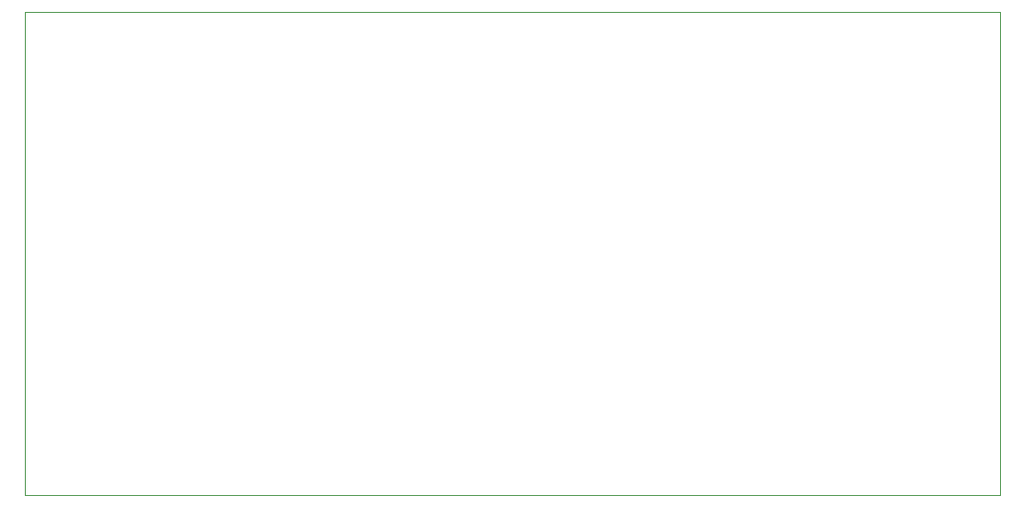
<source format=gbr>
%TF.GenerationSoftware,Altium Limited,Altium Designer,19.0.15 (446)*%
G04 Layer_Color=0*
%FSLAX26Y26*%
%MOIN*%
%TF.FileFunction,Profile,NP*%
%TF.Part,Single*%
G01*
G75*
%TA.AperFunction,Profile*%
%ADD74C,0.001000*%
D74*
X472456Y0D02*
Y472411D01*
X472441Y472426D01*
Y1750000D01*
X472456Y1750015D01*
X944897D01*
X944882Y1750000D01*
X4000030D01*
Y0D01*
X472456D01*
%TF.MD5,2bf75e2bc824d90777ddd027fe40ec8c*%
M02*

</source>
